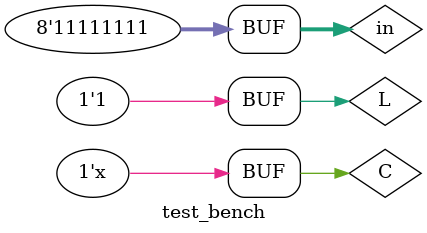
<source format=v>
module test_bench;
reg C,L;
reg [7:0]in;
wire [7:0]out;

CBR_8bits cbr(out,in,C,L);

always
#5 C=~C;

initial
begin
    C=0;
    in=8'b10110011;   //initial data At t=0nsec.
    #37 in=8'b11100101;
    #10 in=8'hFF;
end
initial
begin
    L=0;
    #7 L=1;
    #25 L=0;  //if another ipnut come before L become positive again then pervious data will lost.
    #40 L=1;
end
initial 
$monitor($time," In=%b,  Out=%b",in,out);
endmodule

//one always block and three initial blocks execute parallely;

//in above test bench data in=8'b11100101 is waiting for load to become positve after25 L=0.if another data i,e 8'bFF come before load-input become positive
//again then previous data 8'b11100101 will not go out.
</source>
